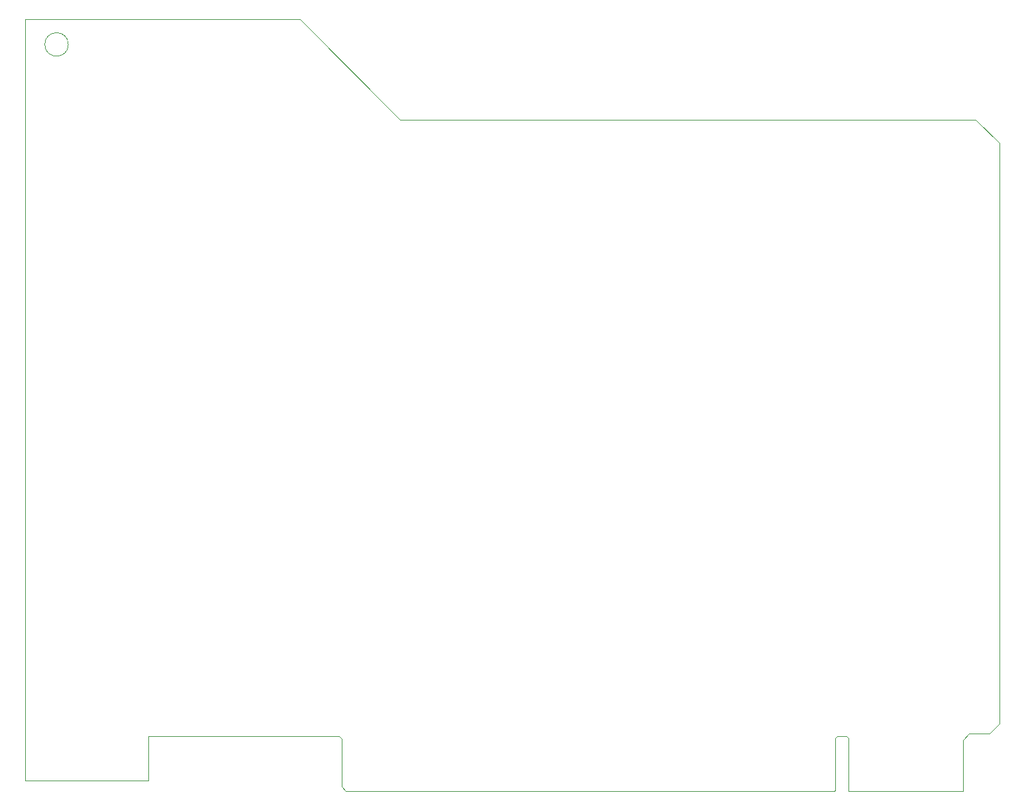
<source format=gbr>
%TF.GenerationSoftware,KiCad,Pcbnew,8.0.5-dirty*%
%TF.CreationDate,2024-12-31T09:15:25-08:00*%
%TF.ProjectId,sisyphus-pci,73697379-7068-4757-932d-7063692e6b69,rev?*%
%TF.SameCoordinates,Original*%
%TF.FileFunction,Profile,NP*%
%FSLAX46Y46*%
G04 Gerber Fmt 4.6, Leading zero omitted, Abs format (unit mm)*
G04 Created by KiCad (PCBNEW 8.0.5-dirty) date 2024-12-31 09:15:25*
%MOMM*%
%LPD*%
G01*
G04 APERTURE LIST*
%TA.AperFunction,Profile*%
%ADD10C,0.050000*%
%TD*%
%TA.AperFunction,Profile*%
%ADD11C,0.125000*%
%TD*%
G04 APERTURE END LIST*
D10*
X45100000Y-64500000D02*
G75*
G02*
X42100000Y-64500000I-1500000J0D01*
G01*
X42100000Y-64500000D02*
G75*
G02*
X45100000Y-64500000I1500000J0D01*
G01*
D11*
X87550000Y-74100000D02*
X161100000Y-74100000D01*
X164100000Y-77100000D01*
X164100000Y-151382273D01*
X162888842Y-152665000D01*
X160250000Y-152665000D01*
X159500000Y-153505000D01*
X159500000Y-160000000D01*
X144800000Y-160000000D01*
X144800000Y-153202270D01*
X144577775Y-152975000D01*
X143352727Y-152975000D01*
X143130000Y-153201852D01*
X143130000Y-159870000D01*
X143000000Y-160000000D01*
X80600000Y-160000000D01*
X80030000Y-159383782D01*
X80030000Y-153315000D01*
X79680000Y-152965000D01*
X55350000Y-152965000D01*
X55350000Y-158600000D01*
X39550000Y-158600000D01*
X39550000Y-61300000D01*
X74750000Y-61300000D01*
X87550000Y-74100000D01*
M02*

</source>
